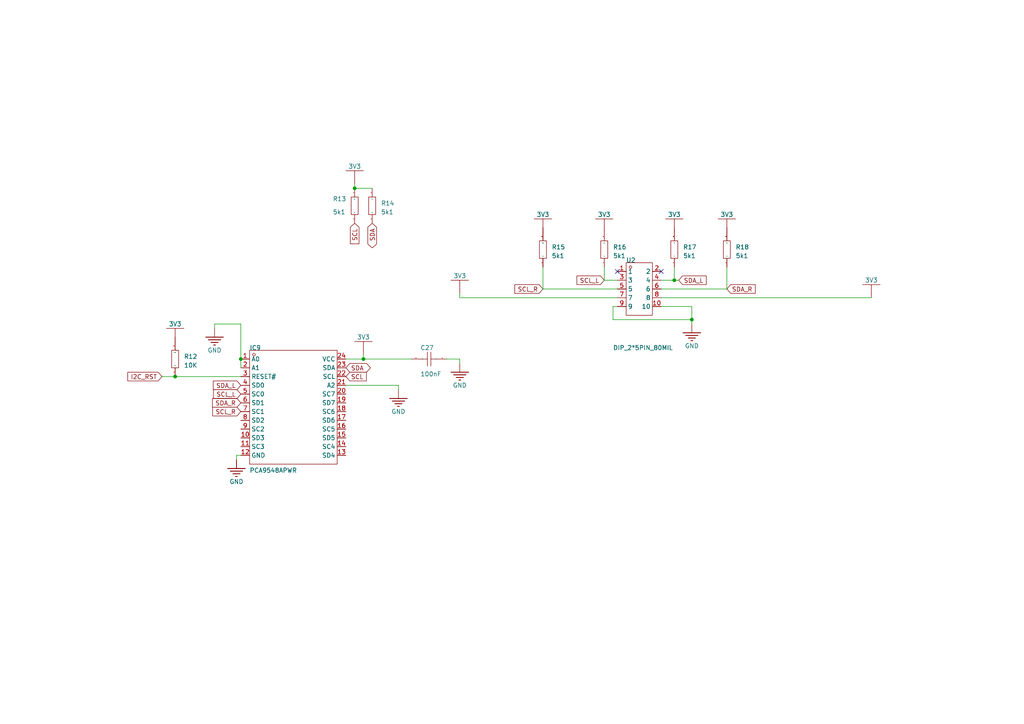
<source format=kicad_sch>
(kicad_sch
	(version 20231120)
	(generator "eeschema")
	(generator_version "8.0")
	(uuid "17174840-7ae4-4a5f-aec0-bee75928d1c7")
	(paper "A4")
	(lib_symbols
		(symbol "Robot druh-easyedapro:CAP"
			(exclude_from_sim no)
			(in_bom yes)
			(on_board yes)
			(property "Reference" ""
				(at 0 0 0)
				(effects
					(font
						(size 1.27 1.27)
					)
				)
			)
			(property "Value" "100nF"
				(at 0 0 0)
				(effects
					(font
						(size 1.27 1.27)
					)
					(hide yes)
				)
			)
			(property "Footprint" "Robot druh-easyedapro:C0603"
				(at 0 0 0)
				(effects
					(font
						(size 1.27 1.27)
					)
					(hide yes)
				)
			)
			(property "Datasheet" ""
				(at 0 0 0)
				(effects
					(font
						(size 1.27 1.27)
					)
					(hide yes)
				)
			)
			(property "Description" ""
				(at 0 0 0)
				(effects
					(font
						(size 1.27 1.27)
					)
					(hide yes)
				)
			)
			(symbol "CAP_1_0"
				(polyline
					(pts
						(xy -2.54 0) (xy -0.508 0)
					)
					(stroke
						(width 0)
						(type default)
					)
					(fill
						(type none)
					)
				)
				(polyline
					(pts
						(xy -0.508 -2.032) (xy -0.508 2.032)
					)
					(stroke
						(width 0)
						(type default)
					)
					(fill
						(type none)
					)
				)
				(polyline
					(pts
						(xy 0.508 0) (xy 2.54 0)
					)
					(stroke
						(width 0)
						(type default)
					)
					(fill
						(type none)
					)
				)
				(polyline
					(pts
						(xy 0.508 2.032) (xy 0.508 -2.032)
					)
					(stroke
						(width 0)
						(type default)
					)
					(fill
						(type none)
					)
				)
				(pin input line
					(at 5.08 0 180)
					(length 2.54)
					(name "1"
						(effects
							(font
								(size 0.0254 0.0254)
							)
						)
					)
					(number "1"
						(effects
							(font
								(size 0.0254 0.0254)
							)
						)
					)
				)
				(pin input line
					(at -5.08 0 0)
					(length 2.54)
					(name "2"
						(effects
							(font
								(size 0.0254 0.0254)
							)
						)
					)
					(number "2"
						(effects
							(font
								(size 0.0254 0.0254)
							)
						)
					)
				)
			)
		)
		(symbol "Robot druh-easyedapro:DIP_2*5PIN_80MIL"
			(exclude_from_sim no)
			(in_bom yes)
			(on_board yes)
			(property "Reference" "U"
				(at 0 0 0)
				(effects
					(font
						(size 1.27 1.27)
					)
				)
			)
			(property "Value" ""
				(at 0 0 0)
				(effects
					(font
						(size 1.27 1.27)
					)
				)
			)
			(property "Footprint" "Robot druh-easyedapro:IDC-TH_10P-P2.00_C9900022934"
				(at 0 0 0)
				(effects
					(font
						(size 1.27 1.27)
					)
					(hide yes)
				)
			)
			(property "Datasheet" ""
				(at 0 0 0)
				(effects
					(font
						(size 1.27 1.27)
					)
					(hide yes)
				)
			)
			(property "Description" ""
				(at 0 0 0)
				(effects
					(font
						(size 1.27 1.27)
					)
					(hide yes)
				)
			)
			(property "Manufacturer Part" "DIP_2*5PIN_80MIL"
				(at 0 0 0)
				(effects
					(font
						(size 1.27 1.27)
					)
					(hide yes)
				)
			)
			(property "Supplier Part" "C9900022934"
				(at 0 0 0)
				(effects
					(font
						(size 1.27 1.27)
					)
					(hide yes)
				)
			)
			(property "Supplier" "LCSC"
				(at 0 0 0)
				(effects
					(font
						(size 1.27 1.27)
					)
					(hide yes)
				)
			)
			(property "LCSC Part Name" "DIP_2*5PIN_80MIL"
				(at 0 0 0)
				(effects
					(font
						(size 1.27 1.27)
					)
					(hide yes)
				)
			)
			(symbol "DIP_2*5PIN_80MIL_1_0"
				(rectangle
					(start -3.81 -7.62)
					(end 3.81 7.62)
					(stroke
						(width 0)
						(type default)
					)
					(fill
						(type none)
					)
				)
				(circle
					(center -2.54 6.35)
					(radius 0.381)
					(stroke
						(width 0)
						(type default)
					)
					(fill
						(type none)
					)
				)
				(pin unspecified line
					(at -6.35 5.08 0)
					(length 2.54)
					(name "1"
						(effects
							(font
								(size 1.27 1.27)
							)
						)
					)
					(number "1"
						(effects
							(font
								(size 1.27 1.27)
							)
						)
					)
				)
				(pin unspecified line
					(at 6.35 -5.08 180)
					(length 2.54)
					(name "10"
						(effects
							(font
								(size 1.27 1.27)
							)
						)
					)
					(number "10"
						(effects
							(font
								(size 1.27 1.27)
							)
						)
					)
				)
				(pin unspecified line
					(at 6.35 5.08 180)
					(length 2.54)
					(name "2"
						(effects
							(font
								(size 1.27 1.27)
							)
						)
					)
					(number "2"
						(effects
							(font
								(size 1.27 1.27)
							)
						)
					)
				)
				(pin unspecified line
					(at -6.35 2.54 0)
					(length 2.54)
					(name "3"
						(effects
							(font
								(size 1.27 1.27)
							)
						)
					)
					(number "3"
						(effects
							(font
								(size 1.27 1.27)
							)
						)
					)
				)
				(pin unspecified line
					(at 6.35 2.54 180)
					(length 2.54)
					(name "4"
						(effects
							(font
								(size 1.27 1.27)
							)
						)
					)
					(number "4"
						(effects
							(font
								(size 1.27 1.27)
							)
						)
					)
				)
				(pin unspecified line
					(at -6.35 0 0)
					(length 2.54)
					(name "5"
						(effects
							(font
								(size 1.27 1.27)
							)
						)
					)
					(number "5"
						(effects
							(font
								(size 1.27 1.27)
							)
						)
					)
				)
				(pin unspecified line
					(at 6.35 0 180)
					(length 2.54)
					(name "6"
						(effects
							(font
								(size 1.27 1.27)
							)
						)
					)
					(number "6"
						(effects
							(font
								(size 1.27 1.27)
							)
						)
					)
				)
				(pin unspecified line
					(at -6.35 -2.54 0)
					(length 2.54)
					(name "7"
						(effects
							(font
								(size 1.27 1.27)
							)
						)
					)
					(number "7"
						(effects
							(font
								(size 1.27 1.27)
							)
						)
					)
				)
				(pin unspecified line
					(at 6.35 -2.54 180)
					(length 2.54)
					(name "8"
						(effects
							(font
								(size 1.27 1.27)
							)
						)
					)
					(number "8"
						(effects
							(font
								(size 1.27 1.27)
							)
						)
					)
				)
				(pin unspecified line
					(at -6.35 -5.08 0)
					(length 2.54)
					(name "9"
						(effects
							(font
								(size 1.27 1.27)
							)
						)
					)
					(number "9"
						(effects
							(font
								(size 1.27 1.27)
							)
						)
					)
				)
			)
		)
		(symbol "Robot druh-easyedapro:Ground-GND"
			(power)
			(pin_numbers hide)
			(pin_names hide)
			(exclude_from_sim no)
			(in_bom yes)
			(on_board yes)
			(property "Reference" "#PWR"
				(at 0 0 0)
				(effects
					(font
						(size 1.27 1.27)
					)
					(hide yes)
				)
			)
			(property "Value" "GND"
				(at 0 -6.35 0)
				(effects
					(font
						(size 1.27 1.27)
					)
				)
			)
			(property "Footprint" "Robot druh-easyedapro:"
				(at 0 0 0)
				(effects
					(font
						(size 1.27 1.27)
					)
					(hide yes)
				)
			)
			(property "Datasheet" ""
				(at 0 0 0)
				(effects
					(font
						(size 1.27 1.27)
					)
					(hide yes)
				)
			)
			(property "Description" ""
				(at 0 0 0)
				(effects
					(font
						(size 1.27 1.27)
					)
					(hide yes)
				)
			)
			(symbol "Ground-GND_1_0"
				(polyline
					(pts
						(xy -2.54 -2.54) (xy 2.54 -2.54)
					)
					(stroke
						(width 0.254)
						(type default)
					)
					(fill
						(type none)
					)
				)
				(polyline
					(pts
						(xy -1.778 -3.302) (xy 1.778 -3.302)
					)
					(stroke
						(width 0.254)
						(type default)
					)
					(fill
						(type none)
					)
				)
				(polyline
					(pts
						(xy -1.016 -4.064) (xy 1.016 -4.064)
					)
					(stroke
						(width 0.254)
						(type default)
					)
					(fill
						(type none)
					)
				)
				(polyline
					(pts
						(xy -0.254 -4.826) (xy 0.254 -4.826)
					)
					(stroke
						(width 0.254)
						(type default)
					)
					(fill
						(type none)
					)
				)
				(pin power_in line
					(at 0 0 270)
					(length 2.54)
					(name ""
						(effects
							(font
								(size 1.27 1.27)
							)
						)
					)
					(number "1"
						(effects
							(font
								(size 0.0254 0.0254)
							)
						)
					)
				)
			)
		)
		(symbol "Robot druh-easyedapro:PCA9548APWR"
			(exclude_from_sim no)
			(in_bom yes)
			(on_board yes)
			(property "Reference" "U"
				(at 0 0 0)
				(effects
					(font
						(size 1.27 1.27)
					)
				)
			)
			(property "Value" ""
				(at 0 0 0)
				(effects
					(font
						(size 1.27 1.27)
					)
				)
			)
			(property "Footprint" "Robot druh-easyedapro:TSSOP-24_L7.8-W4.4-P0.65-LS6.4-BL"
				(at 0 0 0)
				(effects
					(font
						(size 1.27 1.27)
					)
					(hide yes)
				)
			)
			(property "Datasheet" "https://www.ti.com/cn/lit/gpn/pca9548a"
				(at 0 0 0)
				(effects
					(font
						(size 1.27 1.27)
					)
					(hide yes)
				)
			)
			(property "Description" ""
				(at 0 0 0)
				(effects
					(font
						(size 1.27 1.27)
					)
					(hide yes)
				)
			)
			(property "Manufacturer Part" "PCA9548APWR"
				(at 0 0 0)
				(effects
					(font
						(size 1.27 1.27)
					)
					(hide yes)
				)
			)
			(property "Manufacturer" "TI(德州仪器)"
				(at 0 0 0)
				(effects
					(font
						(size 1.27 1.27)
					)
					(hide yes)
				)
			)
			(property "Supplier Part" "C295762"
				(at 0 0 0)
				(effects
					(font
						(size 1.27 1.27)
					)
					(hide yes)
				)
			)
			(property "Supplier" "LCSC"
				(at 0 0 0)
				(effects
					(font
						(size 1.27 1.27)
					)
					(hide yes)
				)
			)
			(property "LCSC Part Name" "PCA9548APWR"
				(at 0 0 0)
				(effects
					(font
						(size 1.27 1.27)
					)
					(hide yes)
				)
			)
			(symbol "PCA9548APWR_1_0"
				(rectangle
					(start -12.7 -17.78)
					(end 12.7 15.24)
					(stroke
						(width 0)
						(type default)
					)
					(fill
						(type none)
					)
				)
				(circle
					(center -11.43 13.97)
					(radius 0.381)
					(stroke
						(width 0)
						(type default)
					)
					(fill
						(type none)
					)
				)
				(pin unspecified line
					(at -15.24 12.7 0)
					(length 2.54)
					(name "A0"
						(effects
							(font
								(size 1.27 1.27)
							)
						)
					)
					(number "1"
						(effects
							(font
								(size 1.27 1.27)
							)
						)
					)
				)
				(pin unspecified line
					(at -15.24 -10.16 0)
					(length 2.54)
					(name "SD3"
						(effects
							(font
								(size 1.27 1.27)
							)
						)
					)
					(number "10"
						(effects
							(font
								(size 1.27 1.27)
							)
						)
					)
				)
				(pin unspecified line
					(at -15.24 -12.7 0)
					(length 2.54)
					(name "SC3"
						(effects
							(font
								(size 1.27 1.27)
							)
						)
					)
					(number "11"
						(effects
							(font
								(size 1.27 1.27)
							)
						)
					)
				)
				(pin unspecified line
					(at -15.24 -15.24 0)
					(length 2.54)
					(name "GND"
						(effects
							(font
								(size 1.27 1.27)
							)
						)
					)
					(number "12"
						(effects
							(font
								(size 1.27 1.27)
							)
						)
					)
				)
				(pin unspecified line
					(at 15.24 -15.24 180)
					(length 2.54)
					(name "SD4"
						(effects
							(font
								(size 1.27 1.27)
							)
						)
					)
					(number "13"
						(effects
							(font
								(size 1.27 1.27)
							)
						)
					)
				)
				(pin unspecified line
					(at 15.24 -12.7 180)
					(length 2.54)
					(name "SC4"
						(effects
							(font
								(size 1.27 1.27)
							)
						)
					)
					(number "14"
						(effects
							(font
								(size 1.27 1.27)
							)
						)
					)
				)
				(pin unspecified line
					(at 15.24 -10.16 180)
					(length 2.54)
					(name "SD5"
						(effects
							(font
								(size 1.27 1.27)
							)
						)
					)
					(number "15"
						(effects
							(font
								(size 1.27 1.27)
							)
						)
					)
				)
				(pin unspecified line
					(at 15.24 -7.62 180)
					(length 2.54)
					(name "SC5"
						(effects
							(font
								(size 1.27 1.27)
							)
						)
					)
					(number "16"
						(effects
							(font
								(size 1.27 1.27)
							)
						)
					)
				)
				(pin unspecified line
					(at 15.24 -5.08 180)
					(length 2.54)
					(name "SD6"
						(effects
							(font
								(size 1.27 1.27)
							)
						)
					)
					(number "17"
						(effects
							(font
								(size 1.27 1.27)
							)
						)
					)
				)
				(pin unspecified line
					(at 15.24 -2.54 180)
					(length 2.54)
					(name "SC6"
						(effects
							(font
								(size 1.27 1.27)
							)
						)
					)
					(number "18"
						(effects
							(font
								(size 1.27 1.27)
							)
						)
					)
				)
				(pin unspecified line
					(at 15.24 0 180)
					(length 2.54)
					(name "SD7"
						(effects
							(font
								(size 1.27 1.27)
							)
						)
					)
					(number "19"
						(effects
							(font
								(size 1.27 1.27)
							)
						)
					)
				)
				(pin unspecified line
					(at -15.24 10.16 0)
					(length 2.54)
					(name "A1"
						(effects
							(font
								(size 1.27 1.27)
							)
						)
					)
					(number "2"
						(effects
							(font
								(size 1.27 1.27)
							)
						)
					)
				)
				(pin unspecified line
					(at 15.24 2.54 180)
					(length 2.54)
					(name "SC7"
						(effects
							(font
								(size 1.27 1.27)
							)
						)
					)
					(number "20"
						(effects
							(font
								(size 1.27 1.27)
							)
						)
					)
				)
				(pin unspecified line
					(at 15.24 5.08 180)
					(length 2.54)
					(name "A2"
						(effects
							(font
								(size 1.27 1.27)
							)
						)
					)
					(number "21"
						(effects
							(font
								(size 1.27 1.27)
							)
						)
					)
				)
				(pin unspecified line
					(at 15.24 7.62 180)
					(length 2.54)
					(name "SCL"
						(effects
							(font
								(size 1.27 1.27)
							)
						)
					)
					(number "22"
						(effects
							(font
								(size 1.27 1.27)
							)
						)
					)
				)
				(pin unspecified line
					(at 15.24 10.16 180)
					(length 2.54)
					(name "SDA"
						(effects
							(font
								(size 1.27 1.27)
							)
						)
					)
					(number "23"
						(effects
							(font
								(size 1.27 1.27)
							)
						)
					)
				)
				(pin unspecified line
					(at 15.24 12.7 180)
					(length 2.54)
					(name "VCC"
						(effects
							(font
								(size 1.27 1.27)
							)
						)
					)
					(number "24"
						(effects
							(font
								(size 1.27 1.27)
							)
						)
					)
				)
				(pin unspecified line
					(at -15.24 7.62 0)
					(length 2.54)
					(name "RESET#"
						(effects
							(font
								(size 1.27 1.27)
							)
						)
					)
					(number "3"
						(effects
							(font
								(size 1.27 1.27)
							)
						)
					)
				)
				(pin unspecified line
					(at -15.24 5.08 0)
					(length 2.54)
					(name "SD0"
						(effects
							(font
								(size 1.27 1.27)
							)
						)
					)
					(number "4"
						(effects
							(font
								(size 1.27 1.27)
							)
						)
					)
				)
				(pin unspecified line
					(at -15.24 2.54 0)
					(length 2.54)
					(name "SC0"
						(effects
							(font
								(size 1.27 1.27)
							)
						)
					)
					(number "5"
						(effects
							(font
								(size 1.27 1.27)
							)
						)
					)
				)
				(pin unspecified line
					(at -15.24 0 0)
					(length 2.54)
					(name "SD1"
						(effects
							(font
								(size 1.27 1.27)
							)
						)
					)
					(number "6"
						(effects
							(font
								(size 1.27 1.27)
							)
						)
					)
				)
				(pin unspecified line
					(at -15.24 -2.54 0)
					(length 2.54)
					(name "SC1"
						(effects
							(font
								(size 1.27 1.27)
							)
						)
					)
					(number "7"
						(effects
							(font
								(size 1.27 1.27)
							)
						)
					)
				)
				(pin unspecified line
					(at -15.24 -5.08 0)
					(length 2.54)
					(name "SD2"
						(effects
							(font
								(size 1.27 1.27)
							)
						)
					)
					(number "8"
						(effects
							(font
								(size 1.27 1.27)
							)
						)
					)
				)
				(pin unspecified line
					(at -15.24 -7.62 0)
					(length 2.54)
					(name "SC2"
						(effects
							(font
								(size 1.27 1.27)
							)
						)
					)
					(number "9"
						(effects
							(font
								(size 1.27 1.27)
							)
						)
					)
				)
			)
		)
		(symbol "Robot druh-easyedapro:Power-VCC"
			(power)
			(pin_numbers hide)
			(pin_names hide)
			(exclude_from_sim no)
			(in_bom yes)
			(on_board yes)
			(property "Reference" "#PWR"
				(at 0 0 0)
				(effects
					(font
						(size 1.27 1.27)
					)
					(hide yes)
				)
			)
			(property "Value" "VCC"
				(at 0 5.08 0)
				(effects
					(font
						(size 1.27 1.27)
					)
				)
			)
			(property "Footprint" "Robot druh-easyedapro:"
				(at 0 0 0)
				(effects
					(font
						(size 1.27 1.27)
					)
					(hide yes)
				)
			)
			(property "Datasheet" ""
				(at 0 0 0)
				(effects
					(font
						(size 1.27 1.27)
					)
					(hide yes)
				)
			)
			(property "Description" ""
				(at 0 0 0)
				(effects
					(font
						(size 1.27 1.27)
					)
					(hide yes)
				)
			)
			(symbol "Power-VCC_1_0"
				(polyline
					(pts
						(xy -2.54 3.81) (xy 2.54 3.81)
					)
					(stroke
						(width 0)
						(type default)
					)
					(fill
						(type none)
					)
				)
				(polyline
					(pts
						(xy 0 3.81) (xy 0 1.27)
					)
					(stroke
						(width 0)
						(type default)
					)
					(fill
						(type none)
					)
				)
				(pin power_in line
					(at 0 0 90)
					(length 1.27)
					(name "3V3"
						(effects
							(font
								(size 1.27 1.27)
							)
						)
					)
					(number "1"
						(effects
							(font
								(size 0.0254 0.0254)
							)
						)
					)
				)
			)
		)
		(symbol "Robot druh-easyedapro:Res"
			(exclude_from_sim no)
			(in_bom yes)
			(on_board yes)
			(property "Reference" ""
				(at 0 0 0)
				(effects
					(font
						(size 1.27 1.27)
					)
				)
			)
			(property "Value" "10K"
				(at 0 0 0)
				(effects
					(font
						(size 1.27 1.27)
					)
					(hide yes)
				)
			)
			(property "Footprint" "Robot druh-easyedapro:R0603"
				(at 0 0 0)
				(effects
					(font
						(size 1.27 1.27)
					)
					(hide yes)
				)
			)
			(property "Datasheet" ""
				(at 0 0 0)
				(effects
					(font
						(size 1.27 1.27)
					)
					(hide yes)
				)
			)
			(property "Description" ""
				(at 0 0 0)
				(effects
					(font
						(size 1.27 1.27)
					)
					(hide yes)
				)
			)
			(symbol "Res_1_0"
				(rectangle
					(start -2.54 1.016)
					(end 2.54 -1.016)
					(stroke
						(width 0)
						(type default)
					)
					(fill
						(type none)
					)
				)
				(pin input line
					(at -5.08 0 0)
					(length 2.54)
					(name "1"
						(effects
							(font
								(size 0.0254 0.0254)
							)
						)
					)
					(number "1"
						(effects
							(font
								(size 0.0254 0.0254)
							)
						)
					)
				)
				(pin input line
					(at 5.08 0 180)
					(length 2.54)
					(name "2"
						(effects
							(font
								(size 0.0254 0.0254)
							)
						)
					)
					(number "2"
						(effects
							(font
								(size 0.0254 0.0254)
							)
						)
					)
				)
			)
		)
	)
	(junction
		(at 200.66 92.71)
		(diameter 0)
		(color 0 0 0 0)
		(uuid "07288ebb-6f21-435c-907a-92d797a2ecca")
	)
	(junction
		(at 102.87 54.61)
		(diameter 0)
		(color 0 0 0 0)
		(uuid "0f807696-a598-4265-983e-781b83d26c30")
	)
	(junction
		(at 195.58 81.28)
		(diameter 0)
		(color 0 0 0 0)
		(uuid "7930b4b0-6686-40f1-8848-64e5c00134a1")
	)
	(junction
		(at 69.85 104.14)
		(diameter 0)
		(color 0 0 0 0)
		(uuid "804fa7ad-ca01-4585-afdb-a72499ff7422")
	)
	(junction
		(at 50.8 109.22)
		(diameter 0)
		(color 0 0 0 0)
		(uuid "a3461591-ad27-49ab-ae23-b56d46f354ee")
	)
	(junction
		(at 105.41 104.14)
		(diameter 0)
		(color 0 0 0 0)
		(uuid "f0ddf4c4-1b49-4ac3-acf9-32e40e862d3b")
	)
	(no_connect
		(at 191.77 78.74)
		(uuid "1d2da506-9d28-48a0-b237-40730a43a37d")
	)
	(no_connect
		(at 179.07 78.74)
		(uuid "c740248c-493d-48a8-8d82-a5dd4f6fb68f")
	)
	(wire
		(pts
			(xy 177.8 92.71) (xy 177.8 88.9)
		)
		(stroke
			(width 0)
			(type default)
		)
		(uuid "05686b05-282a-414d-aa88-21fabadf97fa")
	)
	(wire
		(pts
			(xy 119.38 104.14) (xy 105.41 104.14)
		)
		(stroke
			(width 0)
			(type default)
		)
		(uuid "0ef2cbb8-ec0e-49ef-917f-6f6ed24a00cf")
	)
	(wire
		(pts
			(xy 191.77 88.9) (xy 200.66 88.9)
		)
		(stroke
			(width 0)
			(type default)
		)
		(uuid "13500d63-190c-4a61-ada4-00c0b5392b8b")
	)
	(wire
		(pts
			(xy 69.85 104.14) (xy 69.85 93.98)
		)
		(stroke
			(width 0)
			(type default)
		)
		(uuid "1fa6a564-1708-4ab3-87e5-c7173f96e764")
	)
	(wire
		(pts
			(xy 68.58 132.08) (xy 69.85 132.08)
		)
		(stroke
			(width 0)
			(type default)
		)
		(uuid "3a65caa7-2fe0-4c49-ac43-b3d75756a4b6")
	)
	(wire
		(pts
			(xy 177.8 88.9) (xy 179.07 88.9)
		)
		(stroke
			(width 0)
			(type default)
		)
		(uuid "3b00987d-6865-4f51-8e26-c2efeffcaf2b")
	)
	(wire
		(pts
			(xy 191.77 81.28) (xy 195.58 81.28)
		)
		(stroke
			(width 0)
			(type default)
		)
		(uuid "3e7fa2cf-ce0e-436d-8681-d96dc4325b6a")
	)
	(wire
		(pts
			(xy 115.57 111.76) (xy 100.33 111.76)
		)
		(stroke
			(width 0)
			(type default)
		)
		(uuid "3edbbb12-e417-4ccf-b2a0-90cfe027037e")
	)
	(wire
		(pts
			(xy 62.23 93.98) (xy 69.85 93.98)
		)
		(stroke
			(width 0)
			(type default)
		)
		(uuid "3fd7c461-362a-4911-a892-d64d42745cc8")
	)
	(wire
		(pts
			(xy 115.57 113.03) (xy 115.57 111.76)
		)
		(stroke
			(width 0)
			(type default)
		)
		(uuid "5c21db06-8374-4526-a1d0-b2a54e68385f")
	)
	(wire
		(pts
			(xy 133.35 105.41) (xy 133.35 104.14)
		)
		(stroke
			(width 0)
			(type default)
		)
		(uuid "5e0b7a43-a4d1-4d5d-b7d7-27211865ef35")
	)
	(wire
		(pts
			(xy 69.85 104.14) (xy 69.85 106.68)
		)
		(stroke
			(width 0)
			(type default)
		)
		(uuid "5f17e3a0-ba57-43d3-9e6a-4f3f62c1b106")
	)
	(wire
		(pts
			(xy 68.58 133.35) (xy 68.58 132.08)
		)
		(stroke
			(width 0)
			(type default)
		)
		(uuid "654d4c7a-957e-462c-946e-65378a5aac74")
	)
	(wire
		(pts
			(xy 175.26 81.28) (xy 175.26 77.47)
		)
		(stroke
			(width 0)
			(type default)
		)
		(uuid "66a6e95d-b255-43b7-9543-e84bfdc8376f")
	)
	(wire
		(pts
			(xy 157.48 83.82) (xy 157.48 77.47)
		)
		(stroke
			(width 0)
			(type default)
		)
		(uuid "717723d6-4098-4705-b397-f8ee85bd9ede")
	)
	(wire
		(pts
			(xy 102.87 54.61) (xy 107.95 54.61)
		)
		(stroke
			(width 0)
			(type default)
		)
		(uuid "732ea1c4-bf19-4473-9fd2-bc925f2a5b0d")
	)
	(wire
		(pts
			(xy 102.87 53.34) (xy 102.87 54.61)
		)
		(stroke
			(width 0)
			(type default)
		)
		(uuid "7681f291-a25b-45c0-8ace-dd4b77a13b27")
	)
	(wire
		(pts
			(xy 133.35 104.14) (xy 129.54 104.14)
		)
		(stroke
			(width 0)
			(type default)
		)
		(uuid "7d5b3981-24f1-4c5b-85fb-4c0c44f7f33b")
	)
	(wire
		(pts
			(xy 179.07 86.36) (xy 133.35 86.36)
		)
		(stroke
			(width 0)
			(type default)
		)
		(uuid "7db22621-2992-4623-b700-05f783952504")
	)
	(wire
		(pts
			(xy 191.77 83.82) (xy 210.82 83.82)
		)
		(stroke
			(width 0)
			(type default)
		)
		(uuid "830730f6-8b7b-405b-b80c-3a5419ba57ec")
	)
	(wire
		(pts
			(xy 195.58 81.28) (xy 195.58 77.47)
		)
		(stroke
			(width 0)
			(type default)
		)
		(uuid "852e3eb9-6f8a-457e-916c-81125cb9886c")
	)
	(wire
		(pts
			(xy 210.82 83.82) (xy 210.82 77.47)
		)
		(stroke
			(width 0)
			(type default)
		)
		(uuid "8a0b4011-d3be-4818-9488-88af81874200")
	)
	(wire
		(pts
			(xy 62.23 95.25) (xy 62.23 93.98)
		)
		(stroke
			(width 0)
			(type default)
		)
		(uuid "8b9b7647-5e26-464e-98c2-f295abfbd21c")
	)
	(wire
		(pts
			(xy 195.58 81.28) (xy 196.85 81.28)
		)
		(stroke
			(width 0)
			(type default)
		)
		(uuid "9d0d5c20-a661-4784-ac68-0497402203e8")
	)
	(wire
		(pts
			(xy 105.41 102.87) (xy 105.41 104.14)
		)
		(stroke
			(width 0)
			(type default)
		)
		(uuid "9e380f09-789b-41b6-b640-aad5ee6dc67c")
	)
	(wire
		(pts
			(xy 252.73 86.36) (xy 191.77 86.36)
		)
		(stroke
			(width 0)
			(type default)
		)
		(uuid "a5c53a43-4a4b-4397-b1ee-eca997228553")
	)
	(wire
		(pts
			(xy 200.66 92.71) (xy 200.66 93.98)
		)
		(stroke
			(width 0)
			(type default)
		)
		(uuid "a6098b79-94e6-4ffd-a3ae-c29dbf2d54e2")
	)
	(wire
		(pts
			(xy 179.07 81.28) (xy 175.26 81.28)
		)
		(stroke
			(width 0)
			(type default)
		)
		(uuid "ad4f4416-03ae-4af2-a22c-241a004061e3")
	)
	(wire
		(pts
			(xy 133.35 86.36) (xy 133.35 85.09)
		)
		(stroke
			(width 0)
			(type default)
		)
		(uuid "bc9fd8ee-837c-4512-9068-46f4c95a5360")
	)
	(wire
		(pts
			(xy 200.66 92.71) (xy 177.8 92.71)
		)
		(stroke
			(width 0)
			(type default)
		)
		(uuid "c46cf04b-e647-435f-8ba1-c31a5e5d4d2e")
	)
	(wire
		(pts
			(xy 50.8 109.22) (xy 46.99 109.22)
		)
		(stroke
			(width 0)
			(type default)
		)
		(uuid "c6807a7c-00f2-4880-8acb-a88d5f8da055")
	)
	(wire
		(pts
			(xy 179.07 83.82) (xy 157.48 83.82)
		)
		(stroke
			(width 0)
			(type default)
		)
		(uuid "c8d17edd-2537-4758-aae8-cb0a54395740")
	)
	(wire
		(pts
			(xy 69.85 109.22) (xy 50.8 109.22)
		)
		(stroke
			(width 0)
			(type default)
		)
		(uuid "cdb9ca58-5563-4ca5-b03e-1809b63f83af")
	)
	(wire
		(pts
			(xy 105.41 104.14) (xy 100.33 104.14)
		)
		(stroke
			(width 0)
			(type default)
		)
		(uuid "e1a42053-ae47-4a8a-a35e-ea51c12b0e2a")
	)
	(wire
		(pts
			(xy 200.66 88.9) (xy 200.66 92.71)
		)
		(stroke
			(width 0)
			(type default)
		)
		(uuid "ef4cb71d-eaf1-4a0a-a0e0-7bf731012f7c")
	)
	(global_label "SCL_L"
		(shape input)
		(at 69.85 114.3 180)
		(effects
			(font
				(size 1.27 1.27)
			)
			(justify right)
		)
		(uuid "287fdf88-5ce6-408b-9a5b-1082c898eb14")
		(property "Intersheetrefs" "${INTERSHEET_REFS}"
			(at 69.85 114.3 0)
			(effects
				(font
					(size 1.27 1.27)
				)
				(hide yes)
			)
		)
	)
	(global_label "SCL"
		(shape input)
		(at 102.87 64.77 270)
		(effects
			(font
				(size 1.27 1.27)
			)
			(justify right)
		)
		(uuid "29ef3468-dca2-42a0-a50e-cb5b935a734c")
		(property "Intersheetrefs" "${INTERSHEET_REFS}"
			(at 102.87 64.77 0)
			(effects
				(font
					(size 1.27 1.27)
				)
				(hide yes)
			)
		)
	)
	(global_label "SCL_R"
		(shape input)
		(at 157.48 83.82 180)
		(effects
			(font
				(size 1.27 1.27)
			)
			(justify right)
		)
		(uuid "2e1d7981-2494-4aef-8a01-5791c8361250")
		(property "Intersheetrefs" "${INTERSHEET_REFS}"
			(at 157.48 83.82 0)
			(effects
				(font
					(size 1.27 1.27)
				)
				(hide yes)
			)
		)
	)
	(global_label "SDA"
		(shape bidirectional)
		(at 100.33 106.68 0)
		(effects
			(font
				(size 1.27 1.27)
			)
			(justify left)
		)
		(uuid "2ebbcc75-239e-4507-8705-cc6edce38c21")
		(property "Intersheetrefs" "${INTERSHEET_REFS}"
			(at 100.33 106.68 0)
			(effects
				(font
					(size 1.27 1.27)
				)
				(hide yes)
			)
		)
	)
	(global_label "SCL"
		(shape input)
		(at 100.33 109.22 0)
		(effects
			(font
				(size 1.27 1.27)
			)
			(justify left)
		)
		(uuid "4a02635e-6a1c-4dea-b18f-f5685774f1e7")
		(property "Intersheetrefs" "${INTERSHEET_REFS}"
			(at 100.33 109.22 0)
			(effects
				(font
					(size 1.27 1.27)
				)
				(hide yes)
			)
		)
	)
	(global_label "I2C_RST"
		(shape input)
		(at 46.99 109.22 180)
		(effects
			(font
				(size 1.27 1.27)
			)
			(justify right)
		)
		(uuid "8d40a682-a556-4323-a54a-84ea3b45adfb")
		(property "Intersheetrefs" "${INTERSHEET_REFS}"
			(at 46.99 109.22 0)
			(effects
				(font
					(size 1.27 1.27)
				)
				(hide yes)
			)
		)
	)
	(global_label "SDA_R"
		(shape input)
		(at 69.85 116.84 180)
		(effects
			(font
				(size 1.27 1.27)
			)
			(justify right)
		)
		(uuid "9e18fd8c-e8fe-4074-96aa-7e1936c466e5")
		(property "Intersheetrefs" "${INTERSHEET_REFS}"
			(at 69.85 116.84 0)
			(effects
				(font
					(size 1.27 1.27)
				)
				(hide yes)
			)
		)
	)
	(global_label "SDA"
		(shape bidirectional)
		(at 107.95 64.77 270)
		(effects
			(font
				(size 1.27 1.27)
			)
			(justify right)
		)
		(uuid "9e57412f-b212-4ac6-80c7-ee9ff045a4ee")
		(property "Intersheetrefs" "${INTERSHEET_REFS}"
			(at 107.95 64.77 0)
			(effects
				(font
					(size 1.27 1.27)
				)
				(hide yes)
			)
		)
	)
	(global_label "SDA_L"
		(shape input)
		(at 196.85 81.28 0)
		(effects
			(font
				(size 1.27 1.27)
			)
			(justify left)
		)
		(uuid "bd5fc2f4-ba63-4f87-967d-dc2072e04197")
		(property "Intersheetrefs" "${INTERSHEET_REFS}"
			(at 196.85 81.28 0)
			(effects
				(font
					(size 1.27 1.27)
				)
				(hide yes)
			)
		)
	)
	(global_label "SCL_L"
		(shape input)
		(at 175.26 81.28 180)
		(effects
			(font
				(size 1.27 1.27)
			)
			(justify right)
		)
		(uuid "c7889972-4c5d-4b68-b281-edc87e85b15c")
		(property "Intersheetrefs" "${INTERSHEET_REFS}"
			(at 175.26 81.28 0)
			(effects
				(font
					(size 1.27 1.27)
				)
				(hide yes)
			)
		)
	)
	(global_label "SDA_R"
		(shape input)
		(at 210.82 83.82 0)
		(effects
			(font
				(size 1.27 1.27)
			)
			(justify left)
		)
		(uuid "e89b994d-4df4-4b92-983c-1595be7a72e3")
		(property "Intersheetrefs" "${INTERSHEET_REFS}"
			(at 210.82 83.82 0)
			(effects
				(font
					(size 1.27 1.27)
				)
				(hide yes)
			)
		)
	)
	(global_label "SCL_R"
		(shape input)
		(at 69.85 119.38 180)
		(effects
			(font
				(size 1.27 1.27)
			)
			(justify right)
		)
		(uuid "f40f8bfe-77b6-43cb-9436-2ec14a90e13a")
		(property "Intersheetrefs" "${INTERSHEET_REFS}"
			(at 69.85 119.38 0)
			(effects
				(font
					(size 1.27 1.27)
				)
				(hide yes)
			)
		)
	)
	(global_label "SDA_L"
		(shape input)
		(at 69.85 111.76 180)
		(effects
			(font
				(size 1.27 1.27)
			)
			(justify right)
		)
		(uuid "f74db5f6-46f6-4a4f-8537-c4547335d8e9")
		(property "Intersheetrefs" "${INTERSHEET_REFS}"
			(at 69.85 111.76 0)
			(effects
				(font
					(size 1.27 1.27)
				)
				(hide yes)
			)
		)
	)
	(symbol
		(lib_id "Robot druh-easyedapro:Power-VCC")
		(at 210.82 67.31 0)
		(unit 1)
		(exclude_from_sim no)
		(in_bom yes)
		(on_board yes)
		(dnp no)
		(uuid "0eb8bf1b-aeff-401e-9e23-e035800c08b6")
		(property "Reference" "#PWR061"
			(at 210.82 67.31 0)
			(effects
				(font
					(size 1.27 1.27)
				)
				(hide yes)
			)
		)
		(property "Value" "3V3"
			(at 210.82 62.23 0)
			(effects
				(font
					(size 1.27 1.27)
				)
			)
		)
		(property "Footprint" "Robot druh-easyedapro:"
			(at 210.82 67.31 0)
			(effects
				(font
					(size 1.27 1.27)
				)
				(hide yes)
			)
		)
		(property "Datasheet" ""
			(at 210.82 67.31 0)
			(effects
				(font
					(size 1.27 1.27)
				)
				(hide yes)
			)
		)
		(property "Description" ""
			(at 210.82 67.31 0)
			(effects
				(font
					(size 1.27 1.27)
				)
				(hide yes)
			)
		)
		(pin "1"
			(uuid "9343ba85-53ce-4a89-9938-c9fb1e37c164")
		)
		(instances
			(project "LineFollower_V2"
				(path "/76a20473-53d0-433c-9f05-17cd0a98178a/45b85fc2-d9ca-4197-a5b8-52639f0b89e3"
					(reference "#PWR061")
					(unit 1)
				)
			)
		)
	)
	(symbol
		(lib_id "Robot druh-easyedapro:Ground-GND")
		(at 200.66 93.98 0)
		(unit 1)
		(exclude_from_sim no)
		(in_bom yes)
		(on_board yes)
		(dnp no)
		(uuid "26026e9c-8b3f-441b-9ae3-88f69e117023")
		(property "Reference" "#PWR060"
			(at 200.66 93.98 0)
			(effects
				(font
					(size 1.27 1.27)
				)
				(hide yes)
			)
		)
		(property "Value" "GND"
			(at 200.66 100.33 0)
			(effects
				(font
					(size 1.27 1.27)
				)
			)
		)
		(property "Footprint" "Robot druh-easyedapro:"
			(at 200.66 93.98 0)
			(effects
				(font
					(size 1.27 1.27)
				)
				(hide yes)
			)
		)
		(property "Datasheet" ""
			(at 200.66 93.98 0)
			(effects
				(font
					(size 1.27 1.27)
				)
				(hide yes)
			)
		)
		(property "Description" ""
			(at 200.66 93.98 0)
			(effects
				(font
					(size 1.27 1.27)
				)
				(hide yes)
			)
		)
		(pin "1"
			(uuid "34c03712-2f87-4d29-ac80-18e5e32247eb")
		)
		(instances
			(project "LineFollower_V2"
				(path "/76a20473-53d0-433c-9f05-17cd0a98178a/45b85fc2-d9ca-4197-a5b8-52639f0b89e3"
					(reference "#PWR060")
					(unit 1)
				)
			)
		)
	)
	(symbol
		(lib_id "Robot druh-easyedapro:Res")
		(at 195.58 72.39 90)
		(unit 1)
		(exclude_from_sim no)
		(in_bom yes)
		(on_board yes)
		(dnp no)
		(uuid "2bd30041-2dd0-4036-87b3-cf3503d90491")
		(property "Reference" "R17"
			(at 198.12 72.39 90)
			(effects
				(font
					(size 1.27 1.27)
				)
				(justify right top)
			)
		)
		(property "Value" "5k1"
			(at 198.12 74.93 90)
			(effects
				(font
					(size 1.27 1.27)
				)
				(justify right top)
			)
		)
		(property "Footprint" "Resistor_SMD:R_0603_1608Metric"
			(at 195.58 72.39 0)
			(effects
				(font
					(size 1.27 1.27)
				)
				(hide yes)
			)
		)
		(property "Datasheet" ""
			(at 195.58 72.39 0)
			(effects
				(font
					(size 1.27 1.27)
				)
				(hide yes)
			)
		)
		(property "Description" ""
			(at 195.58 72.39 0)
			(effects
				(font
					(size 1.27 1.27)
				)
				(hide yes)
			)
		)
		(pin "2"
			(uuid "f935d47a-b450-4462-985f-a7d3e7686d75")
		)
		(pin "1"
			(uuid "015670d0-d6b1-46d2-93b5-57a2111650ac")
		)
		(instances
			(project "LineFollower_V2"
				(path "/76a20473-53d0-433c-9f05-17cd0a98178a/45b85fc2-d9ca-4197-a5b8-52639f0b89e3"
					(reference "R17")
					(unit 1)
				)
			)
		)
	)
	(symbol
		(lib_id "Robot druh-easyedapro:Ground-GND")
		(at 62.23 95.25 0)
		(unit 1)
		(exclude_from_sim no)
		(in_bom yes)
		(on_board yes)
		(dnp no)
		(uuid "46bb29fc-72bf-4cc7-91a6-59b8e3318f9d")
		(property "Reference" "#PWR050"
			(at 62.23 95.25 0)
			(effects
				(font
					(size 1.27 1.27)
				)
				(hide yes)
			)
		)
		(property "Value" "GND"
			(at 62.23 101.6 0)
			(effects
				(font
					(size 1.27 1.27)
				)
			)
		)
		(property "Footprint" "Robot druh-easyedapro:"
			(at 62.23 95.25 0)
			(effects
				(font
					(size 1.27 1.27)
				)
				(hide yes)
			)
		)
		(property "Datasheet" ""
			(at 62.23 95.25 0)
			(effects
				(font
					(size 1.27 1.27)
				)
				(hide yes)
			)
		)
		(property "Description" ""
			(at 62.23 95.25 0)
			(effects
				(font
					(size 1.27 1.27)
				)
				(hide yes)
			)
		)
		(pin "1"
			(uuid "cda697f4-9d5c-43ca-bfe4-d1ff68f6dd36")
		)
		(instances
			(project "LineFollower_V2"
				(path "/76a20473-53d0-433c-9f05-17cd0a98178a/45b85fc2-d9ca-4197-a5b8-52639f0b89e3"
					(reference "#PWR050")
					(unit 1)
				)
			)
		)
	)
	(symbol
		(lib_id "Robot druh-easyedapro:Power-VCC")
		(at 102.87 53.34 0)
		(unit 1)
		(exclude_from_sim no)
		(in_bom yes)
		(on_board yes)
		(dnp no)
		(uuid "49ed7cce-6ddb-453b-93ac-94fd431e4340")
		(property "Reference" "#PWR052"
			(at 102.87 53.34 0)
			(effects
				(font
					(size 1.27 1.27)
				)
				(hide yes)
			)
		)
		(property "Value" "3V3"
			(at 102.87 48.26 0)
			(effects
				(font
					(size 1.27 1.27)
				)
			)
		)
		(property "Footprint" "Robot druh-easyedapro:"
			(at 102.87 53.34 0)
			(effects
				(font
					(size 1.27 1.27)
				)
				(hide yes)
			)
		)
		(property "Datasheet" ""
			(at 102.87 53.34 0)
			(effects
				(font
					(size 1.27 1.27)
				)
				(hide yes)
			)
		)
		(property "Description" ""
			(at 102.87 53.34 0)
			(effects
				(font
					(size 1.27 1.27)
				)
				(hide yes)
			)
		)
		(pin "1"
			(uuid "fdfe6861-e4e3-49bc-9cdc-67f6ce9b1eb2")
		)
		(instances
			(project "LineFollower_V2"
				(path "/76a20473-53d0-433c-9f05-17cd0a98178a/45b85fc2-d9ca-4197-a5b8-52639f0b89e3"
					(reference "#PWR052")
					(unit 1)
				)
			)
		)
	)
	(symbol
		(lib_id "Robot druh-easyedapro:Power-VCC")
		(at 195.58 67.31 0)
		(unit 1)
		(exclude_from_sim no)
		(in_bom yes)
		(on_board yes)
		(dnp no)
		(uuid "4ae4e31b-a9d0-493a-b087-39de56c47b27")
		(property "Reference" "#PWR059"
			(at 195.58 67.31 0)
			(effects
				(font
					(size 1.27 1.27)
				)
				(hide yes)
			)
		)
		(property "Value" "3V3"
			(at 195.58 62.23 0)
			(effects
				(font
					(size 1.27 1.27)
				)
			)
		)
		(property "Footprint" "Robot druh-easyedapro:"
			(at 195.58 67.31 0)
			(effects
				(font
					(size 1.27 1.27)
				)
				(hide yes)
			)
		)
		(property "Datasheet" ""
			(at 195.58 67.31 0)
			(effects
				(font
					(size 1.27 1.27)
				)
				(hide yes)
			)
		)
		(property "Description" ""
			(at 195.58 67.31 0)
			(effects
				(font
					(size 1.27 1.27)
				)
				(hide yes)
			)
		)
		(pin "1"
			(uuid "61743403-6ddb-47fb-945e-002ba70cc5c0")
		)
		(instances
			(project "LineFollower_V2"
				(path "/76a20473-53d0-433c-9f05-17cd0a98178a/45b85fc2-d9ca-4197-a5b8-52639f0b89e3"
					(reference "#PWR059")
					(unit 1)
				)
			)
		)
	)
	(symbol
		(lib_id "Robot druh-easyedapro:Power-VCC")
		(at 157.48 67.31 0)
		(unit 1)
		(exclude_from_sim no)
		(in_bom yes)
		(on_board yes)
		(dnp no)
		(uuid "54ce8b6d-c5a5-4cdb-b309-9cc4e238f155")
		(property "Reference" "#PWR057"
			(at 157.48 67.31 0)
			(effects
				(font
					(size 1.27 1.27)
				)
				(hide yes)
			)
		)
		(property "Value" "3V3"
			(at 157.48 62.23 0)
			(effects
				(font
					(size 1.27 1.27)
				)
			)
		)
		(property "Footprint" "Robot druh-easyedapro:"
			(at 157.48 67.31 0)
			(effects
				(font
					(size 1.27 1.27)
				)
				(hide yes)
			)
		)
		(property "Datasheet" ""
			(at 157.48 67.31 0)
			(effects
				(font
					(size 1.27 1.27)
				)
				(hide yes)
			)
		)
		(property "Description" ""
			(at 157.48 67.31 0)
			(effects
				(font
					(size 1.27 1.27)
				)
				(hide yes)
			)
		)
		(pin "1"
			(uuid "5ff83f52-4b92-491f-ac8a-1cda910482ca")
		)
		(instances
			(project "LineFollower_V2"
				(path "/76a20473-53d0-433c-9f05-17cd0a98178a/45b85fc2-d9ca-4197-a5b8-52639f0b89e3"
					(reference "#PWR057")
					(unit 1)
				)
			)
		)
	)
	(symbol
		(lib_id "Robot druh-easyedapro:Power-VCC")
		(at 252.73 86.36 0)
		(unit 1)
		(exclude_from_sim no)
		(in_bom yes)
		(on_board yes)
		(dnp no)
		(uuid "581950a6-825e-4b08-83cb-989837a7ec5d")
		(property "Reference" "#PWR062"
			(at 252.73 86.36 0)
			(effects
				(font
					(size 1.27 1.27)
				)
				(hide yes)
			)
		)
		(property "Value" "3V3"
			(at 252.73 81.28 0)
			(effects
				(font
					(size 1.27 1.27)
				)
			)
		)
		(property "Footprint" "Robot druh-easyedapro:"
			(at 252.73 86.36 0)
			(effects
				(font
					(size 1.27 1.27)
				)
				(hide yes)
			)
		)
		(property "Datasheet" ""
			(at 252.73 86.36 0)
			(effects
				(font
					(size 1.27 1.27)
				)
				(hide yes)
			)
		)
		(property "Description" ""
			(at 252.73 86.36 0)
			(effects
				(font
					(size 1.27 1.27)
				)
				(hide yes)
			)
		)
		(pin "1"
			(uuid "62a7ce65-590a-43c9-a3c1-f3008eddfd16")
		)
		(instances
			(project "LineFollower_V2"
				(path "/76a20473-53d0-433c-9f05-17cd0a98178a/45b85fc2-d9ca-4197-a5b8-52639f0b89e3"
					(reference "#PWR062")
					(unit 1)
				)
			)
		)
	)
	(symbol
		(lib_id "Robot druh-easyedapro:Power-VCC")
		(at 175.26 67.31 0)
		(unit 1)
		(exclude_from_sim no)
		(in_bom yes)
		(on_board yes)
		(dnp no)
		(uuid "5ee32ffa-b406-4d9f-b5fa-86e05426a054")
		(property "Reference" "#PWR058"
			(at 175.26 67.31 0)
			(effects
				(font
					(size 1.27 1.27)
				)
				(hide yes)
			)
		)
		(property "Value" "3V3"
			(at 175.26 62.23 0)
			(effects
				(font
					(size 1.27 1.27)
				)
			)
		)
		(property "Footprint" "Robot druh-easyedapro:"
			(at 175.26 67.31 0)
			(effects
				(font
					(size 1.27 1.27)
				)
				(hide yes)
			)
		)
		(property "Datasheet" ""
			(at 175.26 67.31 0)
			(effects
				(font
					(size 1.27 1.27)
				)
				(hide yes)
			)
		)
		(property "Description" ""
			(at 175.26 67.31 0)
			(effects
				(font
					(size 1.27 1.27)
				)
				(hide yes)
			)
		)
		(pin "1"
			(uuid "b9e12c3f-2c23-4f4d-b558-7bd0f976d95b")
		)
		(instances
			(project "LineFollower_V2"
				(path "/76a20473-53d0-433c-9f05-17cd0a98178a/45b85fc2-d9ca-4197-a5b8-52639f0b89e3"
					(reference "#PWR058")
					(unit 1)
				)
			)
		)
	)
	(symbol
		(lib_id "Robot druh-easyedapro:Power-VCC")
		(at 133.35 85.09 0)
		(unit 1)
		(exclude_from_sim no)
		(in_bom yes)
		(on_board yes)
		(dnp no)
		(uuid "81c10ccb-c43e-4464-a95d-b6427650a4df")
		(property "Reference" "#PWR055"
			(at 133.35 85.09 0)
			(effects
				(font
					(size 1.27 1.27)
				)
				(hide yes)
			)
		)
		(property "Value" "3V3"
			(at 133.35 80.01 0)
			(effects
				(font
					(size 1.27 1.27)
				)
			)
		)
		(property "Footprint" "Robot druh-easyedapro:"
			(at 133.35 85.09 0)
			(effects
				(font
					(size 1.27 1.27)
				)
				(hide yes)
			)
		)
		(property "Datasheet" ""
			(at 133.35 85.09 0)
			(effects
				(font
					(size 1.27 1.27)
				)
				(hide yes)
			)
		)
		(property "Description" ""
			(at 133.35 85.09 0)
			(effects
				(font
					(size 1.27 1.27)
				)
				(hide yes)
			)
		)
		(pin "1"
			(uuid "bb39c9cf-f330-4a92-97e2-95871ef2007f")
		)
		(instances
			(project "LineFollower_V2"
				(path "/76a20473-53d0-433c-9f05-17cd0a98178a/45b85fc2-d9ca-4197-a5b8-52639f0b89e3"
					(reference "#PWR055")
					(unit 1)
				)
			)
		)
	)
	(symbol
		(lib_id "Robot druh-easyedapro:Power-VCC")
		(at 50.8 99.06 0)
		(unit 1)
		(exclude_from_sim no)
		(in_bom yes)
		(on_board yes)
		(dnp no)
		(uuid "91c587ce-5907-43f3-b09b-97d28c937bf6")
		(property "Reference" "#PWR049"
			(at 50.8 99.06 0)
			(effects
				(font
					(size 1.27 1.27)
				)
				(hide yes)
			)
		)
		(property "Value" "3V3"
			(at 50.8 93.98 0)
			(effects
				(font
					(size 1.27 1.27)
				)
			)
		)
		(property "Footprint" "Robot druh-easyedapro:"
			(at 50.8 99.06 0)
			(effects
				(font
					(size 1.27 1.27)
				)
				(hide yes)
			)
		)
		(property "Datasheet" ""
			(at 50.8 99.06 0)
			(effects
				(font
					(size 1.27 1.27)
				)
				(hide yes)
			)
		)
		(property "Description" ""
			(at 50.8 99.06 0)
			(effects
				(font
					(size 1.27 1.27)
				)
				(hide yes)
			)
		)
		(pin "1"
			(uuid "9bf420ca-3eb4-4906-a693-57c73f3a5950")
		)
		(instances
			(project "LineFollower_V2"
				(path "/76a20473-53d0-433c-9f05-17cd0a98178a/45b85fc2-d9ca-4197-a5b8-52639f0b89e3"
					(reference "#PWR049")
					(unit 1)
				)
			)
		)
	)
	(symbol
		(lib_id "Robot druh-easyedapro:Res")
		(at 50.8 104.14 90)
		(unit 1)
		(exclude_from_sim no)
		(in_bom yes)
		(on_board yes)
		(dnp no)
		(uuid "98068516-a365-4c2e-af6d-2d8921415512")
		(property "Reference" "R12"
			(at 53.34 104.14 90)
			(effects
				(font
					(size 1.27 1.27)
				)
				(justify right top)
			)
		)
		(property "Value" "10K"
			(at 53.34 106.68 90)
			(effects
				(font
					(size 1.27 1.27)
				)
				(justify right top)
			)
		)
		(property "Footprint" "Resistor_SMD:R_0603_1608Metric"
			(at 50.8 104.14 0)
			(effects
				(font
					(size 1.27 1.27)
				)
				(hide yes)
			)
		)
		(property "Datasheet" ""
			(at 50.8 104.14 0)
			(effects
				(font
					(size 1.27 1.27)
				)
				(hide yes)
			)
		)
		(property "Description" ""
			(at 50.8 104.14 0)
			(effects
				(font
					(size 1.27 1.27)
				)
				(hide yes)
			)
		)
		(pin "1"
			(uuid "df8f8308-28db-4481-88d3-b71f6e49ff54")
		)
		(pin "2"
			(uuid "6661d058-336f-4870-af68-244277220182")
		)
		(instances
			(project "LineFollower_V2"
				(path "/76a20473-53d0-433c-9f05-17cd0a98178a/45b85fc2-d9ca-4197-a5b8-52639f0b89e3"
					(reference "R12")
					(unit 1)
				)
			)
		)
	)
	(symbol
		(lib_id "Robot druh-easyedapro:Res")
		(at 157.48 72.39 90)
		(unit 1)
		(exclude_from_sim no)
		(in_bom yes)
		(on_board yes)
		(dnp no)
		(uuid "98b63915-31bf-4029-9a8e-616e50698602")
		(property "Reference" "R15"
			(at 160.02 72.39 90)
			(effects
				(font
					(size 1.27 1.27)
				)
				(justify right top)
			)
		)
		(property "Value" "5k1"
			(at 160.02 74.93 90)
			(effects
				(font
					(size 1.27 1.27)
				)
				(justify right top)
			)
		)
		(property "Footprint" "Resistor_SMD:R_0603_1608Metric"
			(at 157.48 72.39 0)
			(effects
				(font
					(size 1.27 1.27)
				)
				(hide yes)
			)
		)
		(property "Datasheet" ""
			(at 157.48 72.39 0)
			(effects
				(font
					(size 1.27 1.27)
				)
				(hide yes)
			)
		)
		(property "Description" ""
			(at 157.48 72.39 0)
			(effects
				(font
					(size 1.27 1.27)
				)
				(hide yes)
			)
		)
		(pin "1"
			(uuid "dae68715-a87a-4966-a7e6-bad417b7ba1f")
		)
		(pin "2"
			(uuid "66b7d16e-a593-4cac-918c-5c58d49f2dfb")
		)
		(instances
			(project "LineFollower_V2"
				(path "/76a20473-53d0-433c-9f05-17cd0a98178a/45b85fc2-d9ca-4197-a5b8-52639f0b89e3"
					(reference "R15")
					(unit 1)
				)
			)
		)
	)
	(symbol
		(lib_id "Robot druh-easyedapro:Res")
		(at 107.95 59.69 90)
		(unit 1)
		(exclude_from_sim no)
		(in_bom yes)
		(on_board yes)
		(dnp no)
		(uuid "9b7d1ca7-40e8-40e8-b8d6-0eba0326a480")
		(property "Reference" "R14"
			(at 110.49 59.69 90)
			(effects
				(font
					(size 1.27 1.27)
				)
				(justify right top)
			)
		)
		(property "Value" "5k1"
			(at 110.49 62.23 90)
			(effects
				(font
					(size 1.27 1.27)
				)
				(justify right top)
			)
		)
		(property "Footprint" "Resistor_SMD:R_0603_1608Metric"
			(at 107.95 59.69 0)
			(effects
				(font
					(size 1.27 1.27)
				)
				(hide yes)
			)
		)
		(property "Datasheet" ""
			(at 107.95 59.69 0)
			(effects
				(font
					(size 1.27 1.27)
				)
				(hide yes)
			)
		)
		(property "Description" ""
			(at 107.95 59.69 0)
			(effects
				(font
					(size 1.27 1.27)
				)
				(hide yes)
			)
		)
		(pin "1"
			(uuid "f8ee832d-aa96-4b24-8d85-24e985298fa5")
		)
		(pin "2"
			(uuid "194c05f1-ab73-4a75-a0a0-fd7da9780a4c")
		)
		(instances
			(project "LineFollower_V2"
				(path "/76a20473-53d0-433c-9f05-17cd0a98178a/45b85fc2-d9ca-4197-a5b8-52639f0b89e3"
					(reference "R14")
					(unit 1)
				)
			)
		)
	)
	(symbol
		(lib_id "Robot druh-easyedapro:Power-VCC")
		(at 105.41 102.87 0)
		(unit 1)
		(exclude_from_sim no)
		(in_bom yes)
		(on_board yes)
		(dnp no)
		(uuid "b01ff6ef-3d32-4c50-880c-26a3ea08fa14")
		(property "Reference" "#PWR053"
			(at 105.41 102.87 0)
			(effects
				(font
					(size 1.27 1.27)
				)
				(hide yes)
			)
		)
		(property "Value" "3V3"
			(at 105.41 97.79 0)
			(effects
				(font
					(size 1.27 1.27)
				)
			)
		)
		(property "Footprint" "Robot druh-easyedapro:"
			(at 105.41 102.87 0)
			(effects
				(font
					(size 1.27 1.27)
				)
				(hide yes)
			)
		)
		(property "Datasheet" ""
			(at 105.41 102.87 0)
			(effects
				(font
					(size 1.27 1.27)
				)
				(hide yes)
			)
		)
		(property "Description" ""
			(at 105.41 102.87 0)
			(effects
				(font
					(size 1.27 1.27)
				)
				(hide yes)
			)
		)
		(pin "1"
			(uuid "30b48188-1d39-487a-ae8f-cc3db9f5518a")
		)
		(instances
			(project "LineFollower_V2"
				(path "/76a20473-53d0-433c-9f05-17cd0a98178a/45b85fc2-d9ca-4197-a5b8-52639f0b89e3"
					(reference "#PWR053")
					(unit 1)
				)
			)
		)
	)
	(symbol
		(lib_id "Robot druh-easyedapro:DIP_2*5PIN_80MIL")
		(at 185.42 83.82 0)
		(unit 1)
		(exclude_from_sim no)
		(in_bom yes)
		(on_board yes)
		(dnp no)
		(uuid "ba0b5342-990a-45c8-afd2-b7ac07c998f8")
		(property "Reference" "U2"
			(at 181.61 76.2 0)
			(effects
				(font
					(size 1.27 1.27)
				)
				(justify left bottom)
			)
		)
		(property "Value" "DIP_2*5PIN_80MIL"
			(at 177.8 101.6 0)
			(effects
				(font
					(size 1.27 1.27)
				)
				(justify left bottom)
			)
		)
		(property "Footprint" "easyEDA_footprints:IDC-TH_10P-P2.00_C9900022934"
			(at 185.42 83.82 0)
			(effects
				(font
					(size 1.27 1.27)
				)
				(hide yes)
			)
		)
		(property "Datasheet" ""
			(at 185.42 83.82 0)
			(effects
				(font
					(size 1.27 1.27)
				)
				(hide yes)
			)
		)
		(property "Description" ""
			(at 185.42 83.82 0)
			(effects
				(font
					(size 1.27 1.27)
				)
				(hide yes)
			)
		)
		(property "Manufacturer Part" "DIP_2*5PIN_80MIL"
			(at 185.42 83.82 0)
			(effects
				(font
					(size 1.27 1.27)
				)
				(hide yes)
			)
		)
		(property "Supplier Part" "C9900022934"
			(at 185.42 83.82 0)
			(effects
				(font
					(size 1.27 1.27)
				)
				(hide yes)
			)
		)
		(property "Supplier" "LCSC"
			(at 185.42 83.82 0)
			(effects
				(font
					(size 1.27 1.27)
				)
				(hide yes)
			)
		)
		(property "LCSC Part Name" "DIP_2*5PIN_80MIL"
			(at 185.42 83.82 0)
			(effects
				(font
					(size 1.27 1.27)
				)
				(hide yes)
			)
		)
		(pin "5"
			(uuid "812e2d49-abef-40e2-ba0d-9c09cdd1d115")
		)
		(pin "6"
			(uuid "74f306f1-f1a8-42af-acc3-a484738fe99f")
		)
		(pin "7"
			(uuid "6f6b0875-ada6-4207-8ac6-b1cd27a74996")
		)
		(pin "8"
			(uuid "a85cc923-d881-4b2c-94af-194bdc77716d")
		)
		(pin "9"
			(uuid "454db338-1f1f-42b7-a67e-fdfebffdd4eb")
		)
		(pin "1"
			(uuid "3bc8676a-6c62-48c4-9de0-e71927b39524")
		)
		(pin "10"
			(uuid "6af8d806-9c73-4297-83d6-87997610e827")
		)
		(pin "2"
			(uuid "4adb5ab9-81b2-40a4-8e78-10568ca98665")
		)
		(pin "3"
			(uuid "f3b25cf7-fc23-4a06-8d51-2cfab74c15fc")
		)
		(pin "4"
			(uuid "9a4b5e4a-1b3d-4c5a-8704-eee741e2d730")
		)
		(instances
			(project "LineFollower_V2"
				(path "/76a20473-53d0-433c-9f05-17cd0a98178a/45b85fc2-d9ca-4197-a5b8-52639f0b89e3"
					(reference "U2")
					(unit 1)
				)
			)
		)
	)
	(symbol
		(lib_id "Robot druh-easyedapro:Res")
		(at 210.82 72.39 90)
		(unit 1)
		(exclude_from_sim no)
		(in_bom yes)
		(on_board yes)
		(dnp no)
		(uuid "c563afab-618e-44b0-b977-df436f62ffa8")
		(property "Reference" "R18"
			(at 213.36 72.39 90)
			(effects
				(font
					(size 1.27 1.27)
				)
				(justify right top)
			)
		)
		(property "Value" "5k1"
			(at 213.36 74.93 90)
			(effects
				(font
					(size 1.27 1.27)
				)
				(justify right top)
			)
		)
		(property "Footprint" "Resistor_SMD:R_0603_1608Metric"
			(at 210.82 72.39 0)
			(effects
				(font
					(size 1.27 1.27)
				)
				(hide yes)
			)
		)
		(property "Datasheet" ""
			(at 210.82 72.39 0)
			(effects
				(font
					(size 1.27 1.27)
				)
				(hide yes)
			)
		)
		(property "Description" ""
			(at 210.82 72.39 0)
			(effects
				(font
					(size 1.27 1.27)
				)
				(hide yes)
			)
		)
		(pin "1"
			(uuid "dfe6444a-f139-4683-955d-0a2e069d6c3f")
		)
		(pin "2"
			(uuid "916e2247-0fe7-4a39-af8e-df732dfc7136")
		)
		(instances
			(project "LineFollower_V2"
				(path "/76a20473-53d0-433c-9f05-17cd0a98178a/45b85fc2-d9ca-4197-a5b8-52639f0b89e3"
					(reference "R18")
					(unit 1)
				)
			)
		)
	)
	(symbol
		(lib_id "Robot druh-easyedapro:PCA9548APWR")
		(at 85.09 116.84 0)
		(unit 1)
		(exclude_from_sim no)
		(in_bom yes)
		(on_board yes)
		(dnp no)
		(uuid "d3492e9c-1a11-473f-b6c0-e6e0578d1ca1")
		(property "Reference" "IC9"
			(at 72.39 101.6 0)
			(effects
				(font
					(size 1.27 1.27)
				)
				(justify left bottom)
			)
		)
		(property "Value" "PCA9548APWR"
			(at 72.39 137.16 0)
			(effects
				(font
					(size 1.27 1.27)
				)
				(justify left bottom)
			)
		)
		(property "Footprint" "easyEDA_footprints:TSSOP-24_L7.8-W4.4-P0.65-LS6.4-BL"
			(at 85.09 116.84 0)
			(effects
				(font
					(size 1.27 1.27)
				)
				(hide yes)
			)
		)
		(property "Datasheet" "https://www.ti.com/cn/lit/gpn/pca9548a"
			(at 85.09 116.84 0)
			(effects
				(font
					(size 1.27 1.27)
				)
				(hide yes)
			)
		)
		(property "Description" ""
			(at 85.09 116.84 0)
			(effects
				(font
					(size 1.27 1.27)
				)
				(hide yes)
			)
		)
		(property "Manufacturer Part" "PCA9548APWR"
			(at 85.09 116.84 0)
			(effects
				(font
					(size 1.27 1.27)
				)
				(hide yes)
			)
		)
		(property "Manufacturer" "TI(德州仪器)"
			(at 85.09 116.84 0)
			(effects
				(font
					(size 1.27 1.27)
				)
				(hide yes)
			)
		)
		(property "Supplier Part" "C295762"
			(at 85.09 116.84 0)
			(effects
				(font
					(size 1.27 1.27)
				)
				(hide yes)
			)
		)
		(property "Supplier" "LCSC"
			(at 85.09 116.84 0)
			(effects
				(font
					(size 1.27 1.27)
				)
				(hide yes)
			)
		)
		(property "LCSC Part Name" "PCA9548APWR"
			(at 85.09 116.84 0)
			(effects
				(font
					(size 1.27 1.27)
				)
				(hide yes)
			)
		)
		(pin "21"
			(uuid "de33e101-0053-48c0-8457-66e3ee0dbfc9")
		)
		(pin "3"
			(uuid "81b0f3bb-c359-4726-9600-f9d2fc1df45e")
		)
		(pin "6"
			(uuid "4ffa9b9b-0157-45d9-836d-e2429ccd7b85")
		)
		(pin "7"
			(uuid "02a2b51b-5518-4260-89cc-e7ae52a5dacf")
		)
		(pin "17"
			(uuid "d5b95eb9-5dbb-46f8-b88b-bd5d2b041d5e")
		)
		(pin "5"
			(uuid "34705302-328b-476a-9d13-1d27f81bd50c")
		)
		(pin "18"
			(uuid "4ec4a57a-9748-427e-a937-cc6f9696b41e")
		)
		(pin "8"
			(uuid "4c05fd86-5153-4551-9531-859e5cec39e9")
		)
		(pin "1"
			(uuid "8f125104-475b-4c80-b24d-21b58258ee6f")
		)
		(pin "13"
			(uuid "6d7f78b9-da9b-4e1f-8b36-5d46ef8c1441")
		)
		(pin "16"
			(uuid "28ae8672-f34a-4eaf-a115-569b0364ec2c")
		)
		(pin "9"
			(uuid "1f6fc0aa-9f50-4b10-acea-66a13a429aa1")
		)
		(pin "23"
			(uuid "7b1e8aac-e6f4-447f-8396-221c904a9538")
		)
		(pin "22"
			(uuid "ff247049-acb3-46c2-a947-2886f93def20")
		)
		(pin "11"
			(uuid "0ae2488e-f5f3-4dba-a8a1-36d08219f17f")
		)
		(pin "19"
			(uuid "4da9af99-c019-4693-849e-6df32e68e211")
		)
		(pin "10"
			(uuid "c0bd8178-7af8-4f28-af50-274b8bec3c14")
		)
		(pin "24"
			(uuid "60d2f9d1-50dd-429f-a51b-b53002f9db1e")
		)
		(pin "2"
			(uuid "8648115c-085d-4a31-992f-e5d246c90bed")
		)
		(pin "12"
			(uuid "640e88d3-c548-4bbe-adfd-118f2e563b67")
		)
		(pin "20"
			(uuid "0365704e-9eaf-40f0-a30c-b2522fb962cf")
		)
		(pin "15"
			(uuid "5fc9aa9f-c994-4182-acfe-f21cbc5550c1")
		)
		(pin "14"
			(uuid "323e7c6c-f81a-40c1-903c-16ad342c4e1a")
		)
		(pin "4"
			(uuid "65dcb02b-d923-4cca-b658-c4e25f318ebc")
		)
		(instances
			(project "LineFollower_V2"
				(path "/76a20473-53d0-433c-9f05-17cd0a98178a/45b85fc2-d9ca-4197-a5b8-52639f0b89e3"
					(reference "IC9")
					(unit 1)
				)
			)
		)
	)
	(symbol
		(lib_id "Robot druh-easyedapro:Res")
		(at 175.26 72.39 90)
		(unit 1)
		(exclude_from_sim no)
		(in_bom yes)
		(on_board yes)
		(dnp no)
		(uuid "d524be9a-15db-4905-957c-6b93ccfdaef4")
		(property "Reference" "R16"
			(at 177.8 72.39 90)
			(effects
				(font
					(size 1.27 1.27)
				)
				(justify right top)
			)
		)
		(property "Value" "5k1"
			(at 177.8 74.93 90)
			(effects
				(font
					(size 1.27 1.27)
				)
				(justify right top)
			)
		)
		(property "Footprint" "Resistor_SMD:R_0603_1608Metric"
			(at 175.26 72.39 0)
			(effects
				(font
					(size 1.27 1.27)
				)
				(hide yes)
			)
		)
		(property "Datasheet" ""
			(at 175.26 72.39 0)
			(effects
				(font
					(size 1.27 1.27)
				)
				(hide yes)
			)
		)
		(property "Description" ""
			(at 175.26 72.39 0)
			(effects
				(font
					(size 1.27 1.27)
				)
				(hide yes)
			)
		)
		(pin "1"
			(uuid "c4472189-e0db-47ee-9fca-5af2fcc33bc1")
		)
		(pin "2"
			(uuid "c2db2b00-c0ab-4c49-9f8a-1f3e74354859")
		)
		(instances
			(project "LineFollower_V2"
				(path "/76a20473-53d0-433c-9f05-17cd0a98178a/45b85fc2-d9ca-4197-a5b8-52639f0b89e3"
					(reference "R16")
					(unit 1)
				)
			)
		)
	)
	(symbol
		(lib_id "Robot druh-easyedapro:Ground-GND")
		(at 68.58 133.35 0)
		(unit 1)
		(exclude_from_sim no)
		(in_bom yes)
		(on_board yes)
		(dnp no)
		(uuid "f451cc3d-77d2-442b-8ea1-501bb44b681c")
		(property "Reference" "#PWR051"
			(at 68.58 133.35 0)
			(effects
				(font
					(size 1.27 1.27)
				)
				(hide yes)
			)
		)
		(property "Value" "GND"
			(at 68.58 139.7 0)
			(effects
				(font
					(size 1.27 1.27)
				)
			)
		)
		(property "Footprint" "Robot druh-easyedapro:"
			(at 68.58 133.35 0)
			(effects
				(font
					(size 1.27 1.27)
				)
				(hide yes)
			)
		)
		(property "Datasheet" ""
			(at 68.58 133.35 0)
			(effects
				(font
					(size 1.27 1.27)
				)
				(hide yes)
			)
		)
		(property "Description" ""
			(at 68.58 133.35 0)
			(effects
				(font
					(size 1.27 1.27)
				)
				(hide yes)
			)
		)
		(pin "1"
			(uuid "a38196ce-a764-400a-bafc-034c56f007d0")
		)
		(instances
			(project "LineFollower_V2"
				(path "/76a20473-53d0-433c-9f05-17cd0a98178a/45b85fc2-d9ca-4197-a5b8-52639f0b89e3"
					(reference "#PWR051")
					(unit 1)
				)
			)
		)
	)
	(symbol
		(lib_id "Robot druh-easyedapro:Res")
		(at 102.87 59.69 90)
		(unit 1)
		(exclude_from_sim no)
		(in_bom yes)
		(on_board yes)
		(dnp no)
		(uuid "f58e606a-9c2b-4b22-b194-a53dcd82f152")
		(property "Reference" "R13"
			(at 96.52 58.42 90)
			(effects
				(font
					(size 1.27 1.27)
				)
				(justify right top)
			)
		)
		(property "Value" "5k1"
			(at 96.52 62.23 90)
			(effects
				(font
					(size 1.27 1.27)
				)
				(justify right top)
			)
		)
		(property "Footprint" "Resistor_SMD:R_0603_1608Metric"
			(at 102.87 59.69 0)
			(effects
				(font
					(size 1.27 1.27)
				)
				(hide yes)
			)
		)
		(property "Datasheet" ""
			(at 102.87 59.69 0)
			(effects
				(font
					(size 1.27 1.27)
				)
				(hide yes)
			)
		)
		(property "Description" ""
			(at 102.87 59.69 0)
			(effects
				(font
					(size 1.27 1.27)
				)
				(hide yes)
			)
		)
		(pin "1"
			(uuid "b0b3d582-c5c7-4995-8f06-46e5e265a04d")
		)
		(pin "2"
			(uuid "e8ad16ab-03f9-4ec8-9d44-02a458598558")
		)
		(instances
			(project "LineFollower_V2"
				(path "/76a20473-53d0-433c-9f05-17cd0a98178a/45b85fc2-d9ca-4197-a5b8-52639f0b89e3"
					(reference "R13")
					(unit 1)
				)
			)
		)
	)
	(symbol
		(lib_id "Robot druh-easyedapro:Ground-GND")
		(at 115.57 113.03 0)
		(unit 1)
		(exclude_from_sim no)
		(in_bom yes)
		(on_board yes)
		(dnp no)
		(uuid "fb18478f-54f8-407c-81e6-268ef0f99707")
		(property "Reference" "#PWR054"
			(at 115.57 113.03 0)
			(effects
				(font
					(size 1.27 1.27)
				)
				(hide yes)
			)
		)
		(property "Value" "GND"
			(at 115.57 119.38 0)
			(effects
				(font
					(size 1.27 1.27)
				)
			)
		)
		(property "Footprint" "Robot druh-easyedapro:"
			(at 115.57 113.03 0)
			(effects
				(font
					(size 1.27 1.27)
				)
				(hide yes)
			)
		)
		(property "Datasheet" ""
			(at 115.57 113.03 0)
			(effects
				(font
					(size 1.27 1.27)
				)
				(hide yes)
			)
		)
		(property "Description" ""
			(at 115.57 113.03 0)
			(effects
				(font
					(size 1.27 1.27)
				)
				(hide yes)
			)
		)
		(pin "1"
			(uuid "8e6f3162-6580-48ca-9c73-195d41d6f741")
		)
		(instances
			(project "LineFollower_V2"
				(path "/76a20473-53d0-433c-9f05-17cd0a98178a/45b85fc2-d9ca-4197-a5b8-52639f0b89e3"
					(reference "#PWR054")
					(unit 1)
				)
			)
		)
	)
	(symbol
		(lib_id "Robot druh-easyedapro:CAP")
		(at 124.46 104.14 180)
		(unit 1)
		(exclude_from_sim no)
		(in_bom yes)
		(on_board yes)
		(dnp no)
		(uuid "fb8481d6-6287-4bff-8ca3-5883933b40b5")
		(property "Reference" "C27"
			(at 121.92 101.6 0)
			(effects
				(font
					(size 1.27 1.27)
				)
				(justify right top)
			)
		)
		(property "Value" "100nF"
			(at 121.92 109.22 0)
			(effects
				(font
					(size 1.27 1.27)
				)
				(justify right top)
			)
		)
		(property "Footprint" "Capacitor_SMD:C_0603_1608Metric"
			(at 124.46 104.14 0)
			(effects
				(font
					(size 1.27 1.27)
				)
				(hide yes)
			)
		)
		(property "Datasheet" ""
			(at 124.46 104.14 0)
			(effects
				(font
					(size 1.27 1.27)
				)
				(hide yes)
			)
		)
		(property "Description" ""
			(at 124.46 104.14 0)
			(effects
				(font
					(size 1.27 1.27)
				)
				(hide yes)
			)
		)
		(pin "1"
			(uuid "12c89308-7f87-416b-a74d-62e3e90fe77a")
		)
		(pin "2"
			(uuid "537ebed1-2bb0-49db-a5b3-07879ed07189")
		)
		(instances
			(project "LineFollower_V2"
				(path "/76a20473-53d0-433c-9f05-17cd0a98178a/45b85fc2-d9ca-4197-a5b8-52639f0b89e3"
					(reference "C27")
					(unit 1)
				)
			)
		)
	)
	(symbol
		(lib_id "Robot druh-easyedapro:Ground-GND")
		(at 133.35 105.41 0)
		(unit 1)
		(exclude_from_sim no)
		(in_bom yes)
		(on_board yes)
		(dnp no)
		(uuid "ff902e0c-eaf1-4763-abe6-44e58529af0f")
		(property "Reference" "#PWR056"
			(at 133.35 105.41 0)
			(effects
				(font
					(size 1.27 1.27)
				)
				(hide yes)
			)
		)
		(property "Value" "GND"
			(at 133.35 111.76 0)
			(effects
				(font
					(size 1.27 1.27)
				)
			)
		)
		(property "Footprint" "Robot druh-easyedapro:"
			(at 133.35 105.41 0)
			(effects
				(font
					(size 1.27 1.27)
				)
				(hide yes)
			)
		)
		(property "Datasheet" ""
			(at 133.35 105.41 0)
			(effects
				(font
					(size 1.27 1.27)
				)
				(hide yes)
			)
		)
		(property "Description" ""
			(at 133.35 105.41 0)
			(effects
				(font
					(size 1.27 1.27)
				)
				(hide yes)
			)
		)
		(pin "1"
			(uuid "33c7f17f-d515-4083-b376-7c9e6ff9dd23")
		)
		(instances
			(project "LineFollower_V2"
				(path "/76a20473-53d0-433c-9f05-17cd0a98178a/45b85fc2-d9ca-4197-a5b8-52639f0b89e3"
					(reference "#PWR056")
					(unit 1)
				)
			)
		)
	)
)

</source>
